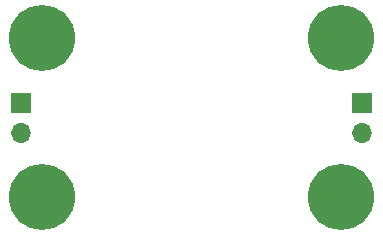
<source format=gbr>
%TF.GenerationSoftware,KiCad,Pcbnew,7.0.5*%
%TF.CreationDate,2023-08-22T20:16:44+01:00*%
%TF.ProjectId,AMS1117-Adjustable-Breakout,414d5331-3131-4372-9d41-646a75737461,V1*%
%TF.SameCoordinates,Original*%
%TF.FileFunction,Soldermask,Bot*%
%TF.FilePolarity,Negative*%
%FSLAX46Y46*%
G04 Gerber Fmt 4.6, Leading zero omitted, Abs format (unit mm)*
G04 Created by KiCad (PCBNEW 7.0.5) date 2023-08-22 20:16:44*
%MOMM*%
%LPD*%
G01*
G04 APERTURE LIST*
%ADD10C,5.600000*%
%ADD11R,1.700000X1.700000*%
%ADD12O,1.700000X1.700000*%
G04 APERTURE END LIST*
D10*
%TO.C,H2*%
X78486000Y-61468000D03*
%TD*%
%TO.C,H4*%
X103759000Y-61468000D03*
%TD*%
%TO.C,H1*%
X78486000Y-48006000D03*
%TD*%
D11*
%TO.C,J2*%
X105537000Y-53462000D03*
D12*
X105537000Y-56002000D03*
%TD*%
D11*
%TO.C,J1*%
X76708000Y-53462000D03*
D12*
X76708000Y-56002000D03*
%TD*%
D10*
%TO.C,H3*%
X103759000Y-48006000D03*
%TD*%
M02*

</source>
